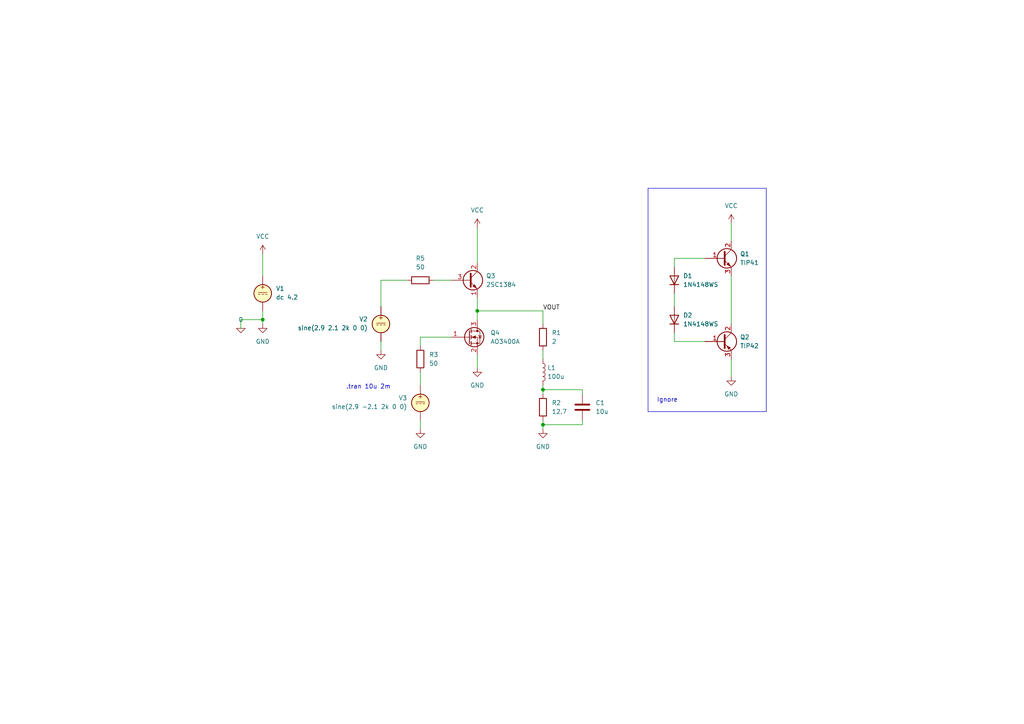
<source format=kicad_sch>
(kicad_sch (version 20230121) (generator eeschema)
  (paper "A4")
  (lib_symbols
    (symbol "Device:C" (pin_numbers hide) (pin_names (offset 0.254))
      (property "Reference" "C" (at 0.635 2.54 0))
      (property "Value" "C" (at 0.635 -2.54 0))
      (symbol "C_0_1"
        (polyline (pts (xy -2.032 -0.762) (xy 2.032 -0.762)) (stroke (width 0.508)))
        (polyline (pts (xy -2.032 0.762) (xy 2.032 0.762)) (stroke (width 0.508)))
      )
      (symbol "C_1_1"
        (pin passive line (at 0 3.81 270) (length 2.794) (name "~") (number "1"))
        (pin passive line (at 0 -3.81 90) (length 2.794) (name "~") (number "2"))
      )
    )
    (symbol "Device:L" (pin_numbers hide) (pin_names (offset 1.016) hide)
      (property "Reference" "L" (at -1.27 0 90))
      (property "Value" "L" (at 1.905 0 90))
      (symbol "L_0_1"
        (arc (start 0 -2.54) (mid 0.6323 -1.905) (end 0 -1.27))
        (arc (start 0 -1.27) (mid 0.6323 -0.635) (end 0 0))
        (arc (start 0 0) (mid 0.6323 0.635) (end 0 1.27))
        (arc (start 0 1.27) (mid 0.6323 1.905) (end 0 2.54))
      )
      (symbol "L_1_1"
        (pin passive line (at 0 3.81 270) (length 1.27) (name "1") (number "1"))
        (pin passive line (at 0 -3.81 90) (length 1.27) (name "2") (number "2"))
      )
    )
    (symbol "Device:R" (pin_numbers hide) (pin_names (offset 0))
      (property "Reference" "R" (at 2.032 0 90))
      (property "Value" "R" (at 0 0 90))
      (symbol "R_0_1"
        (rectangle (start -1.016 -2.54) (end 1.016 2.54) (stroke (width 0.254)))
      )
      (symbol "R_1_1"
        (pin passive line (at 0 3.81 270) (length 1.27) (name "~") (number "1"))
        (pin passive line (at 0 -3.81 90) (length 1.27) (name "~") (number "2"))
      )
    )
    (symbol "Diode:1N4148WS" (pin_numbers hide) (pin_names hide)
      (property "Reference" "D" (at 0 2.54 0))
      (property "Value" "1N4148WS" (at 0 -2.54 0))
      (symbol "1N4148WS_0_1"
        (polyline (pts (xy -1.27 1.27) (xy -1.27 -1.27)) (stroke (width 0.254)))
        (polyline (pts (xy 1.27 0) (xy -1.27 0)))
        (polyline (pts (xy 1.27 1.27) (xy 1.27 -1.27) (xy -1.27 0) (xy 1.27 1.27)) (stroke (width 0.254)))
      )
      (symbol "1N4148WS_1_1"
        (pin passive line (at -3.81 0 0) (length 2.54) (name "K") (number "1"))
        (pin passive line (at 3.81 0 180) (length 2.54) (name "A") (number "2"))
      )
    )
    (symbol "Simulation_SPICE:0" (power) (pin_names (offset 0))
      (property "Value" "0" (at 0 -1.778 0))
      (symbol "0_0_1"
        (polyline (pts (xy -1.27 0) (xy 0 -1.27) (xy 1.27 0) (xy -1.27 0)))
      )
      (symbol "0_1_1"
        (pin power_in line (at 0 0 0) (length 0) hide (name "0") (number "1"))
      )
    )
    (symbol "Simulation_SPICE:VDC" (pin_numbers hide) (pin_names (offset 0.0254))
      (property "Reference" "V" (at 2.54 2.54 0))
      (property "Value" "1" (at 2.54 0 0))
      (symbol "VDC_0_0"
        (polyline (pts (xy -1.27 0.254) (xy 1.27 0.254)))
        (polyline (pts (xy -0.762 -0.254) (xy -1.27 -0.254)))
        (polyline (pts (xy 0.254 -0.254) (xy -0.254 -0.254)))
        (polyline (pts (xy 1.27 -0.254) (xy 0.762 -0.254)))
        (text "+" (at 0 1.905 0) (effects (font (size 1.27 1.27))))
      )
      (symbol "VDC_0_1"
        (circle (center 0 0) (radius 2.54) (stroke (width 0.254)) (fill (type background)))
      )
      (symbol "VDC_1_1"
        (pin passive line (at 0 5.08 270) (length 2.54) (name "~") (number "1"))
        (pin passive line (at 0 -5.08 90) (length 2.54) (name "~") (number "2"))
      )
    )
    (symbol "Transistor_BJT:2SC1815" (pin_names (offset 0) hide)
      (property "Reference" "Q" (at 5.08 1.905 0))
      (property "Value" "2SC1815" (at 5.08 0 0))
      (symbol "2SC1815_0_1"
        (polyline (pts (xy 0 0) (xy 0.508 0)))
        (polyline (pts (xy 0.635 0.635) (xy 2.54 2.54)))
        (polyline (pts (xy 0.635 -0.635) (xy 2.54 -2.54) (xy 2.54 -2.54)))
        (polyline (pts (xy 0.635 1.905) (xy 0.635 -1.905) (xy 0.635 -1.905)) (stroke (width 0.508)))
        (polyline (pts (xy 1.27 -1.778) (xy 1.778 -1.27) (xy 2.286 -2.286) (xy 1.27 -1.778) (xy 1.27 -1.778)) (fill (type outline)))
        (circle (center 1.27 0) (radius 2.8194) (stroke (width 0.254)))
      )
      (symbol "2SC1815_1_1"
        (pin passive line (at 2.54 -5.08 90) (length 2.54) (name "E") (number "1"))
        (pin passive line (at 2.54 5.08 270) (length 2.54) (name "C") (number "2"))
        (pin input line (at -5.08 0 0) (length 5.08) (name "B") (number "3"))
      )
    )
    (symbol "Transistor_BJT:TIP41" (pin_names (offset 0) hide)
      (property "Reference" "Q" (at 6.35 1.905 0))
      (property "Value" "TIP41" (at 6.35 0 0))
      (symbol "TIP41_0_1"
        (polyline (pts (xy 0.635 0.635) (xy 2.54 2.54)))
        (polyline (pts (xy 0.635 -0.635) (xy 2.54 -2.54) (xy 2.54 -2.54)))
        (polyline (pts (xy 0.635 1.905) (xy 0.635 -1.905) (xy 0.635 -1.905)) (stroke (width 0.508)))
        (polyline (pts (xy 1.27 -1.778) (xy 1.778 -1.27) (xy 2.286 -2.286) (xy 1.27 -1.778) (xy 1.27 -1.778)) (fill (type outline)))
        (circle (center 1.27 0) (radius 2.8194) (stroke (width 0.254)))
      )
      (symbol "TIP41_1_1"
        (pin input line (at -5.08 0 0) (length 5.715) (name "B") (number "1"))
        (pin passive line (at 2.54 5.08 270) (length 2.54) (name "C") (number "2"))
        (pin passive line (at 2.54 -5.08 90) (length 2.54) (name "E") (number "3"))
      )
    )
    (symbol "Transistor_BJT:TIP42" (pin_names (offset 0) hide)
      (property "Reference" "Q" (at 6.35 1.905 0))
      (property "Value" "TIP42" (at 6.35 0 0))
      (symbol "TIP42_0_1"
        (polyline (pts (xy 0.635 0.635) (xy 2.54 2.54)))
        (polyline (pts (xy 0.635 -0.635) (xy 2.54 -2.54) (xy 2.54 -2.54)))
        (polyline (pts (xy 0.635 1.905) (xy 0.635 -1.905) (xy 0.635 -1.905)) (stroke (width 0.508)))
        (polyline (pts (xy 2.286 -1.778) (xy 1.778 -2.286) (xy 1.27 -1.27) (xy 2.286 -1.778) (xy 2.286 -1.778)) (fill (type outline)))
        (circle (center 1.27 0) (radius 2.8194) (stroke (width 0.254)))
      )
      (symbol "TIP42_1_1"
        (pin input line (at -5.08 0 0) (length 5.715) (name "B") (number "1"))
        (pin passive line (at 2.54 5.08 270) (length 2.54) (name "C") (number "2"))
        (pin passive line (at 2.54 -5.08 90) (length 2.54) (name "E") (number "3"))
      )
    )
    (symbol "Transistor_FET:AO3400A" (pin_names hide)
      (property "Reference" "Q" (at 5.08 1.905 0))
      (property "Value" "AO3400A" (at 5.08 0 0))
      (symbol "AO3400A_0_1"
        (polyline (pts (xy 0.254 0) (xy -2.54 0)))
        (polyline (pts (xy 0.254 1.905) (xy 0.254 -1.905)) (stroke (width 0.254)))
        (polyline (pts (xy 0.762 -1.27) (xy 0.762 -2.286)) (stroke (width 0.254)))
        (polyline (pts (xy 0.762 0.508) (xy 0.762 -0.508)) (stroke (width 0.254)))
        (polyline (pts (xy 0.762 2.286) (xy 0.762 1.27)) (stroke (width 0.254)))
        (polyline (pts (xy 2.54 2.54) (xy 2.54 1.778)))
        (polyline (pts (xy 2.54 -2.54) (xy 2.54 0) (xy 0.762 0)))
        (polyline (pts (xy 0.762 -1.778) (xy 3.302 -1.778) (xy 3.302 1.778) (xy 0.762 1.778)))
        (polyline (pts (xy 1.016 0) (xy 2.032 0.381) (xy 2.032 -0.381) (xy 1.016 0)) (fill (type outline)))
        (polyline (pts (xy 2.794 0.508) (xy 2.921 0.381) (xy 3.683 0.381) (xy 3.81 0.254)))
        (polyline (pts (xy 3.302 0.381) (xy 2.921 -0.254) (xy 3.683 -0.254) (xy 3.302 0.381)))
        (circle (center 1.651 0) (radius 2.794) (stroke (width 0.254)))
        (circle (center 2.54 -1.778) (radius 0.254) (fill (type outline)))
        (circle (center 2.54 1.778) (radius 0.254) (fill (type outline)))
      )
      (symbol "AO3400A_1_1"
        (pin input line (at -5.08 0 0) (length 2.54) (name "G") (number "1"))
        (pin passive line (at 2.54 -5.08 90) (length 2.54) (name "S") (number "2"))
        (pin passive line (at 2.54 5.08 270) (length 2.54) (name "D") (number "3"))
      )
    )
    (symbol "power:GND" (power) (pin_names (offset 0))
      (property "Value" "GND" (at 0 -3.81 0))
      (symbol "GND_0_1"
        (polyline (pts (xy 0 0) (xy 0 -1.27) (xy 1.27 -1.27) (xy 0 -2.54) (xy -1.27 -1.27) (xy 0 -1.27)))
      )
      (symbol "GND_1_1"
        (pin power_in line (at 0 0 270) (length 0) hide (name "GND") (number "1"))
      )
    )
    (symbol "power:VCC" (power) (pin_names (offset 0))
      (property "Value" "VCC" (at 0 3.81 0))
      (symbol "VCC_0_1"
        (polyline (pts (xy -0.762 1.27) (xy 0 2.54)))
        (polyline (pts (xy 0 0) (xy 0 2.54)))
        (polyline (pts (xy 0 2.54) (xy 0.762 1.27)))
      )
      (symbol "VCC_1_1"
        (pin power_in line (at 0 0 90) (length 0) hide (name "VCC") (number "1"))
      )
    )
  )
  (junction (at 157.48 113.03))
  (junction (at 157.48 123.19))
  (junction (at 138.43 90.17))
  (junction (at 76.2 92.71))
  (wire (pts (xy 168.91 113.03) (xy 157.48 113.03)))
  (wire (pts (xy 121.92 97.79) (xy 130.81 97.79)))
  (wire (pts (xy 195.58 96.52) (xy 195.58 99.06)))
  (wire (pts (xy 195.58 77.47) (xy 195.58 74.93)))
  (wire (pts (xy 76.2 92.71) (xy 76.2 90.17)))
  (wire (pts (xy 110.49 81.28) (xy 118.11 81.28)))
  (wire (pts (xy 138.43 90.17) (xy 138.43 92.71)))
  (wire (pts (xy 212.09 80.01) (xy 212.09 93.98)))
  (wire (pts (xy 157.48 101.6) (xy 157.48 104.14)))
  (wire (pts (xy 157.48 113.03) (xy 157.48 114.3)))
  (wire (pts (xy 157.48 121.92) (xy 157.48 123.19)))
  (wire (pts (xy 76.2 73.66) (xy 76.2 80.01)))
  (wire (pts (xy 168.91 121.92) (xy 168.91 123.19)))
  (wire (pts (xy 195.58 88.9) (xy 195.58 85.09)))
  (wire (pts (xy 195.58 99.06) (xy 204.47 99.06)))
  (wire (pts (xy 157.48 111.76) (xy 157.48 113.03)))
  (wire (pts (xy 69.85 92.71) (xy 76.2 92.71)))
  (wire (pts (xy 110.49 99.06) (xy 110.49 101.6)))
  (wire (pts (xy 168.91 123.19) (xy 157.48 123.19)))
  (wire (pts (xy 157.48 123.19) (xy 157.48 124.46)))
  (wire (pts (xy 121.92 124.46) (xy 121.92 121.92)))
  (wire (pts (xy 121.92 107.95) (xy 121.92 111.76)))
  (wire (pts (xy 138.43 86.36) (xy 138.43 90.17)))
  (wire (pts (xy 168.91 114.3) (xy 168.91 113.03)))
  (wire (pts (xy 157.48 90.17) (xy 157.48 93.98)))
  (wire (pts (xy 195.58 74.93) (xy 204.47 74.93)))
  (wire (pts (xy 121.92 100.33) (xy 121.92 97.79)))
  (wire (pts (xy 110.49 81.28) (xy 110.49 88.9)))
  (wire (pts (xy 138.43 106.68) (xy 138.43 102.87)))
  (wire (pts (xy 212.09 109.22) (xy 212.09 104.14)))
  (wire (pts (xy 69.85 95.25) (xy 69.85 92.71)))
  (wire (pts (xy 138.43 66.04) (xy 138.43 76.2)))
  (wire (pts (xy 157.48 90.17) (xy 138.43 90.17)))
  (wire (pts (xy 76.2 93.98) (xy 76.2 92.71)))
  (wire (pts (xy 212.09 64.77) (xy 212.09 69.85)))
  (wire (pts (xy 125.73 81.28) (xy 130.81 81.28)))
  (rectangle (start 187.96 54.61) (end 222.25 119.38))
  (text "Ignore\n" (at 190.5 116.84 0) (effects (font (size 1.27 1.27)) (justify left bottom)))
  (text ".tran 10u 2m" (at 100.33 113.03 0) (effects (font (size 1.27 1.27)) (justify left bottom)))
  (label "VOUT" (at 157.48 90.17 0))
  (symbol (lib_id "power:VCC") (at 212.09 64.77 0) (unit 1)
    (property "Reference" "#PWR03" (effects hide))
    (property "Value" "VCC" (at 212.09 59.69 0))
  )
  (symbol (lib_id "power:VCC") (at 138.43 66.04 0) (unit 1)
    (property "Reference" "#PWR06" (effects hide))
    (property "Value" "VCC" (at 138.43 60.96 0))
  )
  (symbol (lib_id "Device:R") (at 157.48 97.79 0) (unit 1)
    (property "Reference" "R1" (at 160.02 96.52 0) (effects (justify left)))
    (property "Value" "2" (at 160.02 99.06 0) (effects (justify left)))
  )
  (symbol (lib_id "Device:C") (at 168.91 118.11 0) (unit 1)
    (property "Reference" "C1" (at 172.72 116.84 0) (effects (justify left)))
    (property "Value" "10u" (at 172.72 119.38 0) (effects (justify left)))
  )
  (symbol (lib_id "Simulation_SPICE:VDC") (at 121.92 116.84 0) (mirror y) (unit 1)
    (property "Reference" "V3" (at 118.11 115.4402 0) (effects (justify left)))
    (property "Value" "sine(2.9 -2.1 2k 0 0)" (at 118.11 117.9802 0) (effects (justify left)))
    (property "Sim.Pins" "1=+ 2=-" (effects hide))
    (property "Sim.Type" "DC" (effects hide))
    (property "Sim.Device" "V" (effects hide))
  )
  (symbol (lib_id "Simulation_SPICE:VDC") (at 76.2 85.09 0) (unit 1)
    (property "Reference" "V1" (at 80.01 83.6902 0) (effects (justify left)))
    (property "Value" "dc 4.2" (at 80.01 86.2302 0) (effects (justify left)))
    (property "Sim.Pins" "1=+ 2=-" (effects hide))
    (property "Sim.Type" "DC" (effects hide))
    (property "Sim.Device" "V" (effects hide))
  )
  (symbol (lib_id "power:GND") (at 138.43 106.68 0) (unit 1)
    (property "Reference" "#PWR08" (effects hide))
    (property "Value" "GND" (at 138.43 111.76 0))
  )
  (symbol (lib_id "power:GND") (at 76.2 93.98 0) (unit 1)
    (property "Reference" "#PWR01" (effects hide))
    (property "Value" "GND" (at 76.2 99.06 0))
  )
  (symbol (lib_id "power:GND") (at 110.49 101.6 0) (unit 1)
    (property "Reference" "#PWR07" (effects hide))
    (property "Value" "GND" (at 110.49 106.68 0))
  )
  (symbol (lib_id "Transistor_BJT:TIP41") (at 209.55 74.93 0) (unit 1)
    (property "Reference" "Q1" (at 214.63 73.66 0) (effects (justify left)))
    (property "Value" "TIP41" (at 214.63 76.2 0) (effects (justify left)))
    (property "Footprint" "Package_TO_SOT_THT:TO-220-3_Vertical" (effects hide))
    (property "Datasheet" "https://www.centralsemi.com/get_document.php?cmp=1&mergetype=pd&mergepath=pd&pdf_id=tip41.PDF" (effects hide))
    (property "Sim.Enable" "0" (effects hide))
  )
  (symbol (lib_id "Transistor_BJT:TIP42") (at 209.55 99.06 0) (unit 1)
    (property "Reference" "Q2" (at 214.63 97.79 0) (effects (justify left)))
    (property "Value" "TIP42" (at 214.63 100.33 0) (effects (justify left)))
    (property "Footprint" "Package_TO_SOT_THT:TO-220-3_Vertical" (effects hide))
    (property "Datasheet" "https://www.centralsemi.com/get_document.php?cmp=1&mergetype=pd&mergepath=pd&pdf_id=TIP42.PDF" (effects hide))
    (property "Sim.Enable" "0" (effects hide))
  )
  (symbol (lib_id "Diode:1N4148WS") (at 195.58 92.71 90) (unit 1)
    (property "Reference" "D2" (at 198.12 91.44 90) (effects (justify right)))
    (property "Value" "1N4148WS" (at 198.12 93.98 90) (effects (justify right)))
    (property "Footprint" "Diode_SMD:D_SOD-323" (effects hide))
    (property "Datasheet" "https://www.vishay.com/docs/85751/1n4148ws.pdf" (effects hide))
    (property "Sim.Device" "D" (effects hide))
    (property "Sim.Pins" "1=K 2=A" (effects hide))
    (property "Sim.Enable" "0" (effects hide))
  )
  (symbol (lib_id "power:GND") (at 212.09 109.22 0) (unit 1)
    (property "Reference" "#PWR04" (effects hide))
    (property "Value" "GND" (at 212.09 114.3 0))
  )
  (symbol (lib_id "Device:R") (at 121.92 104.14 180) (unit 1)
    (property "Reference" "R3" (at 124.46 102.87 0) (effects (justify right)))
    (property "Value" "50" (at 124.46 105.41 0) (effects (justify right)))
  )
  (symbol (lib_id "Simulation_SPICE:VDC") (at 110.49 93.98 0) (mirror y) (unit 1)
    (property "Reference" "V2" (at 106.68 92.5802 0) (effects (justify left)))
    (property "Value" "sine(2.9 2.1 2k 0 0)" (at 106.68 95.1202 0) (effects (justify left)))
    (property "Sim.Pins" "1=+ 2=-" (effects hide))
    (property "Sim.Type" "DC" (effects hide))
    (property "Sim.Device" "V" (effects hide))
  )
  (symbol (lib_id "power:GND") (at 121.92 124.46 0) (unit 1)
    (property "Reference" "#PWR09" (effects hide))
    (property "Value" "GND" (at 121.92 129.54 0))
  )
  (symbol (lib_id "power:VCC") (at 76.2 73.66 0) (unit 1)
    (property "Reference" "#PWR02" (effects hide))
    (property "Value" "VCC" (at 76.2 68.58 0))
  )
  (symbol (lib_id "Device:R") (at 121.92 81.28 90) (unit 1)
    (property "Reference" "R5" (at 121.92 74.93 90))
    (property "Value" "50" (at 121.92 77.47 90))
  )
  (symbol (lib_id "power:GND") (at 157.48 124.46 0) (unit 1)
    (property "Reference" "#PWR05" (effects hide))
    (property "Value" "GND" (at 157.48 129.54 0))
  )
  (symbol (lib_id "Transistor_FET:AO3400A") (at 135.89 97.79 0) (unit 1)
    (property "Reference" "Q4" (at 142.24 96.52 0) (effects (justify left)))
    (property "Value" "AO3400A" (at 142.24 99.06 0) (effects (justify left)))
    (property "Footprint" "Package_TO_SOT_SMD:SOT-23" (effects hide))
    (property "Datasheet" "http://www.aosmd.com/pdfs/datasheet/AO3400A.pdf" (effects hide))
    (property "Sim.Library" "AO3400.lib" (effects hide))
    (property "Sim.Name" "AO3400" (effects hide))
    (property "Sim.Device" "SUBCKT" (effects hide))
    (property "Sim.Pins" "1=1 2=2 3=4" (effects hide))
  )
  (symbol (lib_id "Diode:1N4148WS") (at 195.58 81.28 90) (unit 1)
    (property "Reference" "D1" (at 198.12 80.01 90) (effects (justify right)))
    (property "Value" "1N4148WS" (at 198.12 82.55 90) (effects (justify right)))
    (property "Footprint" "Diode_SMD:D_SOD-323" (effects hide))
    (property "Datasheet" "https://www.vishay.com/docs/85751/1n4148ws.pdf" (effects hide))
    (property "Sim.Device" "D" (effects hide))
    (property "Sim.Pins" "1=K 2=A" (effects hide))
    (property "Sim.Enable" "0" (effects hide))
  )
  (symbol (lib_id "Simulation_SPICE:0") (at 69.85 95.25 0) (unit 1)
    (property "Reference" "#GND01" (effects hide))
    (property "Value" "0" (at 69.85 92.71 0))
  )
  (symbol (lib_id "Device:R") (at 157.48 118.11 0) (unit 1)
    (property "Reference" "R2" (at 160.02 116.84 0) (effects (justify left)))
    (property "Value" "12.7" (at 160.02 119.38 0) (effects (justify left)))
  )
  (symbol (lib_id "Device:L") (at 157.48 107.95 0) (unit 1)
    (property "Reference" "L1" (at 158.75 106.68 0) (effects (justify left)))
    (property "Value" "100u" (at 158.75 109.22 0) (effects (justify left)))
  )
  (symbol (lib_id "Transistor_BJT:2SC1815") (at 135.89 81.28 0) (unit 1)
    (property "Reference" "Q3" (at 140.97 80.01 0) (effects (justify left)))
    (property "Value" "2SC1384" (at 140.97 82.55 0) (effects (justify left)))
    (property "Footprint" "Package_TO_SOT_THT:TO-92_Inline" (effects hide))
    (property "Sim.Library" "2SC1384.txt" (effects hide))
    (property "Sim.Name" "2SC1384" (effects hide))
    (property "Sim.Device" "NPN" (effects hide))
    (property "Sim.Type" "GUMMELPOON" (effects hide))
    (property "Sim.Pins" "1=E 2=C 3=B" (effects hide))
  )
)
</source>
